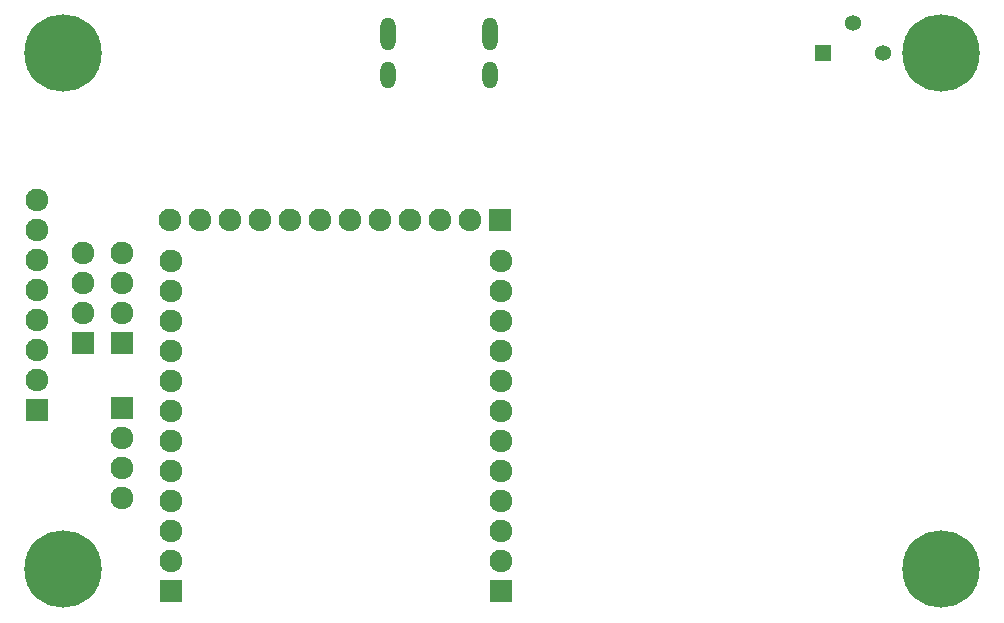
<source format=gbs>
G04*
G04 #@! TF.GenerationSoftware,Altium Limited,Altium Designer,25.1.2 (22)*
G04*
G04 Layer_Color=16711935*
%FSLAX25Y25*%
%MOIN*%
G70*
G04*
G04 #@! TF.SameCoordinates,9731B79D-0BF3-49C4-8AD9-4CBC44B71680*
G04*
G04*
G04 #@! TF.FilePolarity,Negative*
G04*
G01*
G75*
%ADD50C,0.05347*%
%ADD51R,0.05347X0.05347*%
%ADD52O,0.05131X0.09068*%
%ADD53O,0.05131X0.11036*%
%ADD54C,0.07591*%
%ADD55R,0.07591X0.07591*%
%ADD56R,0.07591X0.07591*%
%ADD57C,0.25800*%
D50*
X390315Y289213D02*
D03*
X380315Y299213D02*
D03*
D51*
X370315Y289213D02*
D03*
D52*
X259520Y281626D02*
D03*
X225520D02*
D03*
D53*
X259528Y295276D02*
D03*
X225512D02*
D03*
D54*
X136614Y140787D02*
D03*
Y150787D02*
D03*
Y160787D02*
D03*
X136614Y222362D02*
D03*
Y212362D02*
D03*
Y202362D02*
D03*
X152756Y233465D02*
D03*
X162756D02*
D03*
X172756D02*
D03*
X182756D02*
D03*
X192756D02*
D03*
X202756D02*
D03*
X232756D02*
D03*
X242756D02*
D03*
X252756D02*
D03*
X212756D02*
D03*
X222756D02*
D03*
X153150Y219843D02*
D03*
Y209842D02*
D03*
Y199843D02*
D03*
Y189842D02*
D03*
Y179842D02*
D03*
Y169843D02*
D03*
Y139842D02*
D03*
Y129842D02*
D03*
Y119843D02*
D03*
Y159843D02*
D03*
Y149843D02*
D03*
X262992Y219843D02*
D03*
Y209842D02*
D03*
Y199843D02*
D03*
Y189842D02*
D03*
Y179842D02*
D03*
Y169843D02*
D03*
Y139842D02*
D03*
Y129842D02*
D03*
Y119843D02*
D03*
Y159843D02*
D03*
Y149843D02*
D03*
X123622Y202362D02*
D03*
Y212362D02*
D03*
Y222362D02*
D03*
X108268Y209921D02*
D03*
Y219921D02*
D03*
Y179921D02*
D03*
Y189921D02*
D03*
Y199921D02*
D03*
Y229921D02*
D03*
Y239921D02*
D03*
D55*
X136614Y170787D02*
D03*
X136614Y192362D02*
D03*
X153150Y109843D02*
D03*
X262992D02*
D03*
X123622Y192362D02*
D03*
X108268Y169921D02*
D03*
D56*
X262756Y233465D02*
D03*
D57*
X409842Y288976D02*
D03*
Y116929D02*
D03*
X116929D02*
D03*
Y288976D02*
D03*
M02*

</source>
